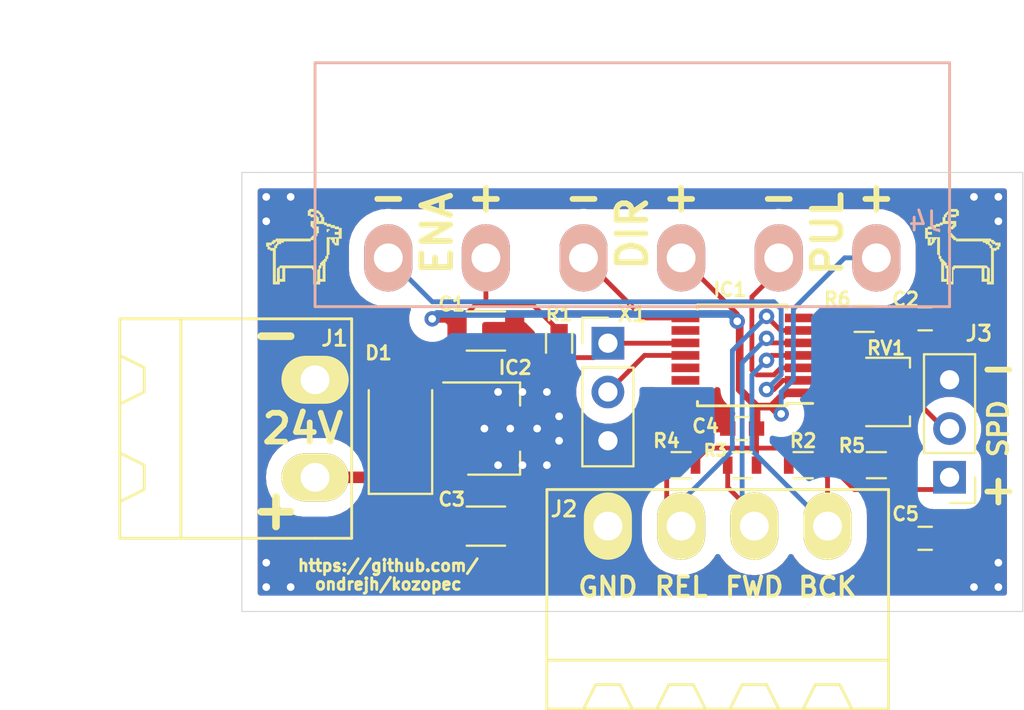
<source format=kicad_pcb>
(kicad_pcb (version 20171130) (host pcbnew "(5.1.5)-3")
  (layers (0 F.Cu signal) (31 B.Cu signal) (34 B.Paste user hide) (35 F.Paste user hide) (36 B.SilkS user) (37 F.SilkS user) (38 B.Mask user) (39 F.Mask user) (44 Edge.Cuts user))
  (net 0 "")
  (net 1 GND)
  (net 2 +3V3)
  (net 3 "Net-(C2-Pad1)")
  (net 4 RESET)
  (net 5 "Net-(R5-Pad2)")
  (net 6 "Net-(R6-Pad1)")
  (net 7 "Net-(C3-Pad1)")
  (net 8 "Net-(IC1-Pad11)")
  (net 9 "Net-(IC1-Pad8)")
  (net 10 "Net-(IC1-Pad6)")
  (net 11 "Net-(IC1-Pad5)")
  (net 12 "Net-(IC1-Pad4)")
  (net 13 "Net-(IC1-Pad3)")
  (net 14 "Net-(IC1-Pad2)")
  (module PA257-508:PA257_508_06 (layer B.Cu) (at 162.56 98.425)
    (fp_text reference J4 (at 15.24 -1.905) (layer B.SilkS) (effects (justify mirror)))
    (fp_text value Conn_01x06)
    (pad 1 thru_hole oval (at -12.7 0) (size 2.5 3.5) (drill 1.5) (layers *.Cu *.Mask B.SilkS) (net 14 "Net-(IC1-Pad2)"))
    (pad 2 thru_hole oval (at -7.62 0) (size 2.5 3.5) (drill 1.5) (layers *.Cu *.Mask B.SilkS) (net 2 +3V3))
    (pad 3 thru_hole oval (at -2.54 0) (size 2.5 3.5) (drill 1.5) (layers *.Cu *.Mask B.SilkS) (net 9 "Net-(IC1-Pad8)"))
    (pad 4 thru_hole oval (at 2.54 0) (size 2.5 3.5) (drill 1.5) (layers *.Cu *.Mask B.SilkS) (net 2 +3V3))
    (pad 5 thru_hole oval (at 7.62 0) (size 2.5 3.5) (drill 1.5) (layers *.Cu *.Mask B.SilkS) (net 13 "Net-(IC1-Pad3)"))
    (pad 6 thru_hole oval (at 12.7 0) (size 2.5 3.5) (drill 1.5) (layers *.Cu *.Mask B.SilkS) (net 2 +3V3))
  )
  (module Capacitors_SMD:C_1206 (layer F.Cu) (at 154.94 102.235)
    (fp_text reference C1 (at -1.778 -1.397 180) (layer F.SilkS) (effects (font (size 0.7 0.7))))
    (fp_text value 4u7)
    (pad 2 smd rect (at 1.5 0) (size 1 1.6) (layers F.Cu F.Paste F.Mask) (net 1 GND))
    (pad 1 smd rect (at -1.5 0) (size 1 1.6) (layers F.Cu F.Paste F.Mask) (net 2 +3V3))
  )
  (module Capacitors_SMD:C_0603 (layer F.Cu) (at 177.8 101.6 180)
    (fp_text reference C2 (at 1.016 1.016 180) (layer F.SilkS) (effects (font (size 0.7 0.7))))
    (fp_text value 100n)
    (pad 1 smd rect (at -0.75 0 180) (size 0.8 0.75) (layers F.Cu F.Paste F.Mask) (net 3 "Net-(C2-Pad1)"))
    (pad 2 smd rect (at 0.75 0 180) (size 0.8 0.75) (layers F.Cu F.Paste F.Mask) (net 1 GND))
  )
  (module PA257-508:PA257_508_02 (layer F.Cu) (at 146.05 107.315 270)
    (fp_text reference J1 (at -4.699 -1.016) (layer F.SilkS) (effects (font (size 0.8 0.8))))
    (fp_text value Conn_01x02)
    (pad 1 thru_hole oval (at -2.54 0 270) (size 2.5 3.5) (drill 1.5) (layers *.Cu *.Mask F.SilkS) (net 1 GND))
    (pad 2 thru_hole oval (at 2.54 0 270) (size 2.5 3.5) (drill 1.5) (layers *.Cu *.Mask F.SilkS) (net 7 "Net-(C3-Pad1)"))
  )
  (module Pin_Headers:Pin_Header_Straight_1x03_Pitch2.54mm (layer F.Cu) (at 161.29 102.87)
    (fp_text reference X1 (at 1.27 -1.524) (layer F.SilkS) (effects (font (size 0.8 0.8))))
    (fp_text value Conn_01x03)
    (pad 1 thru_hole rect (at 0 0) (size 1.7 1.7) (drill 1) (layers *.Cu *.Mask) (net 4 RESET))
    (pad 2 thru_hole oval (at 0 2.54) (size 1.7 1.7) (drill 1) (layers *.Cu *.Mask) (net 8 "Net-(IC1-Pad11)"))
    (pad 3 thru_hole oval (at 0 5.08) (size 1.7 1.7) (drill 1) (layers *.Cu *.Mask) (net 1 GND))
  )
  (module Pin_Headers:Pin_Header_Straight_1x03_Pitch2.54mm (layer F.Cu) (at 179.07 109.855 180)
    (fp_text reference J3 (at -1.524 7.493 180) (layer F.SilkS) (effects (font (size 0.8 0.8))))
    (fp_text value Conn_01x03)
    (pad 3 thru_hole oval (at 0 5.08 180) (size 1.7 1.7) (drill 1) (layers *.Cu *.Mask) (net 1 GND))
    (pad 2 thru_hole oval (at 0 2.54 180) (size 1.7 1.7) (drill 1) (layers *.Cu *.Mask) (net 3 "Net-(C2-Pad1)"))
    (pad 1 thru_hole rect (at 0 0 180) (size 1.7 1.7) (drill 1) (layers *.Cu *.Mask) (net 2 +3V3))
  )
  (module PA357-381:PA357_381_04 (layer F.Cu) (at 167.005 112.395)
    (fp_text reference J2 (at -8.001 -0.889) (layer F.SilkS) (effects (font (size 0.8 0.8))))
    (fp_text value Conn_01x04)
    (pad 1 thru_hole oval (at -5.715 0) (size 2.5 3.5) (drill 1.5) (layers *.Cu *.Mask F.SilkS) (net 1 GND))
    (pad 2 thru_hole oval (at -1.905 0) (size 2.5 3.5) (drill 1.5) (layers *.Cu *.Mask F.SilkS) (net 10 "Net-(IC1-Pad6)"))
    (pad 3 thru_hole oval (at 1.905 0) (size 2.5 3.5) (drill 1.5) (layers *.Cu *.Mask F.SilkS) (net 11 "Net-(IC1-Pad5)"))
    (pad 4 thru_hole oval (at 5.715 0) (size 2.5 3.5) (drill 1.5) (layers *.Cu *.Mask F.SilkS) (net 12 "Net-(IC1-Pad4)"))
  )
  (module Resistors_SMD:R_0603 (layer F.Cu) (at 158.75 102.87 270)
    (fp_text reference R1 (at -1.524 0) (layer F.SilkS) (effects (font (size 0.7 0.7))))
    (fp_text value 10k)
    (pad 2 smd rect (at 0.75 0 270) (size 0.5 0.9) (layers F.Cu F.Paste F.Mask) (net 4 RESET))
    (pad 1 smd rect (at -0.75 0 270) (size 0.5 0.9) (layers F.Cu F.Paste F.Mask) (net 2 +3V3))
  )
  (module Resistors_SMD:R_0603 (layer F.Cu) (at 171.45 109.22)
    (fp_text reference R2 (at 0 -1.27) (layer F.SilkS) (effects (font (size 0.7 0.7))))
    (fp_text value 10k)
    (pad 1 smd rect (at -0.75 0) (size 0.5 0.9) (layers F.Cu F.Paste F.Mask) (net 2 +3V3))
    (pad 2 smd rect (at 0.75 0) (size 0.5 0.9) (layers F.Cu F.Paste F.Mask) (net 12 "Net-(IC1-Pad4)"))
  )
  (module Resistors_SMD:R_0603 (layer F.Cu) (at 168.275 109.22 180)
    (fp_text reference R3 (at 1.397 0.762 180) (layer F.SilkS) (effects (font (size 0.6 0.6))))
    (fp_text value 10k)
    (pad 2 smd rect (at 0.75 0 180) (size 0.5 0.9) (layers F.Cu F.Paste F.Mask) (net 11 "Net-(IC1-Pad5)"))
    (pad 1 smd rect (at -0.75 0 180) (size 0.5 0.9) (layers F.Cu F.Paste F.Mask) (net 2 +3V3))
  )
  (module Resistors_SMD:R_0603 (layer F.Cu) (at 165.1 109.22 180)
    (fp_text reference R4 (at 0.762 1.27 180) (layer F.SilkS) (effects (font (size 0.7 0.7))))
    (fp_text value 10k)
    (pad 1 smd rect (at -0.75 0 180) (size 0.5 0.9) (layers F.Cu F.Paste F.Mask) (net 2 +3V3))
    (pad 2 smd rect (at 0.75 0 180) (size 0.5 0.9) (layers F.Cu F.Paste F.Mask) (net 10 "Net-(IC1-Pad6)"))
  )
  (module Resistors_SMD:R_0603 (layer F.Cu) (at 175.26 109.22 180)
    (fp_text reference R5 (at 1.27 1.016 180) (layer F.SilkS) (effects (font (size 0.7 0.7))))
    (fp_text value 4k7)
    (pad 2 smd rect (at 0.75 0 180) (size 0.5 0.9) (layers F.Cu F.Paste F.Mask) (net 5 "Net-(R5-Pad2)"))
    (pad 1 smd rect (at -0.75 0 180) (size 0.5 0.9) (layers F.Cu F.Paste F.Mask) (net 2 +3V3))
  )
  (module Resistors_SMD:R_0603 (layer F.Cu) (at 174.625 101.6)
    (fp_text reference R6 (at -1.397 -1.016) (layer F.SilkS) (effects (font (size 0.7 0.7))))
    (fp_text value 4k7)
    (pad 1 smd rect (at -0.75 0) (size 0.5 0.9) (layers F.Cu F.Paste F.Mask) (net 6 "Net-(R6-Pad1)"))
    (pad 2 smd rect (at 0.75 0) (size 0.5 0.9) (layers F.Cu F.Paste F.Mask) (net 1 GND))
  )
  (module Potentiometers:Potentiometer_Trimmer-EVM3E (layer F.Cu) (at 175.26 105.41 270)
    (fp_text reference RV1 (at -2.286 -0.508) (layer F.SilkS) (effects (font (size 0.7 0.7))))
    (fp_text value 50k)
    (pad 2 smd rect (at 0 -1.62 270) (size 1.6 1.5) (layers F.Cu F.Paste F.Mask) (net 3 "Net-(C2-Pad1)"))
    (pad 3 smd rect (at 1.4 1.62 270) (size 1.2 1.2) (layers F.Cu F.Paste F.Mask) (net 5 "Net-(R5-Pad2)"))
    (pad 1 smd rect (at -1.4 1.62 270) (size 1.2 1.2) (layers F.Cu F.Paste F.Mask) (net 6 "Net-(R6-Pad1)"))
  )
  (module TO_SOT_Packages_SMD:SOT-89-3 (layer F.Cu) (at 154.94 107.315)
    (fp_text reference IC2 (at 1.524 -3.175) (layer F.SilkS) (effects (font (size 0.7 0.7))))
    (fp_text value L78L33_SOT89)
    (pad 2 smd trapezoid (at -0.0762 0 90) (size 1.5 1) (rect_delta 0 0.7) (layers F.Cu F.Paste F.Mask) (net 1 GND))
    (pad 2 smd rect (at 1.3335 0 270) (size 2.2 1.84) (layers F.Cu F.Paste F.Mask) (net 1 GND))
    (pad 3 smd rect (at -1.48 1.5 270) (size 1 1.5) (layers F.Cu F.Paste F.Mask) (net 7 "Net-(C3-Pad1)"))
    (pad 2 smd rect (at -1.3335 0 270) (size 1 1.8) (layers F.Cu F.Paste F.Mask) (net 1 GND))
    (pad 1 smd rect (at -1.48 -1.5 270) (size 1 1.5) (layers F.Cu F.Paste F.Mask) (net 2 +3V3))
    (pad 2 smd trapezoid (at 2.667 0 270) (size 1.6 0.85) (rect_delta 0 0.6) (layers F.Cu F.Paste F.Mask) (net 1 GND))
  )
  (module Housings_SSOP:TSSOP-14_4.4x5mm_Pitch0.65mm (layer F.Cu) (at 168.275 103.505 180)
    (fp_text reference IC1 (at 0.635 3.429 180) (layer F.SilkS) (effects (font (size 0.7 0.7))))
    (fp_text value MSP430G2231IPW14)
    (pad 14 smd rect (at 2.95 -1.95 180) (size 1.45 0.45) (layers F.Cu F.Paste F.Mask) (net 1 GND))
    (pad 13 smd rect (at 2.95 -1.3 180) (size 1.45 0.45) (layers F.Cu F.Paste F.Mask))
    (pad 12 smd rect (at 2.95 -0.65 180) (size 1.45 0.45) (layers F.Cu F.Paste F.Mask))
    (pad 11 smd rect (at 2.95 0 180) (size 1.45 0.45) (layers F.Cu F.Paste F.Mask) (net 8 "Net-(IC1-Pad11)"))
    (pad 10 smd rect (at 2.95 0.65 180) (size 1.45 0.45) (layers F.Cu F.Paste F.Mask) (net 4 RESET))
    (pad 9 smd rect (at 2.95 1.3 180) (size 1.45 0.45) (layers F.Cu F.Paste F.Mask))
    (pad 8 smd rect (at 2.95 1.95 180) (size 1.45 0.45) (layers F.Cu F.Paste F.Mask) (net 9 "Net-(IC1-Pad8)"))
    (pad 7 smd rect (at -2.95 1.95 180) (size 1.45 0.45) (layers F.Cu F.Paste F.Mask) (net 3 "Net-(C2-Pad1)"))
    (pad 6 smd rect (at -2.95 1.3 180) (size 1.45 0.45) (layers F.Cu F.Paste F.Mask) (net 10 "Net-(IC1-Pad6)"))
    (pad 5 smd rect (at -2.95 0.65 180) (size 1.45 0.45) (layers F.Cu F.Paste F.Mask) (net 11 "Net-(IC1-Pad5)"))
    (pad 4 smd rect (at -2.95 0 180) (size 1.45 0.45) (layers F.Cu F.Paste F.Mask) (net 12 "Net-(IC1-Pad4)"))
    (pad 3 smd rect (at -2.95 -0.65 180) (size 1.45 0.45) (layers F.Cu F.Paste F.Mask) (net 13 "Net-(IC1-Pad3)"))
    (pad 2 smd rect (at -2.95 -1.3 180) (size 1.45 0.45) (layers F.Cu F.Paste F.Mask) (net 14 "Net-(IC1-Pad2)"))
    (pad 1 smd rect (at -2.95 -1.95 180) (size 1.45 0.45) (layers F.Cu F.Paste F.Mask) (net 2 +3V3))
  )
  (module Capacitors_SMD:C_1206 (layer F.Cu) (at 154.94 112.395)
    (fp_text reference C3 (at -1.778 -1.397) (layer F.SilkS) (effects (font (size 0.7 0.7))))
    (fp_text value 1u0/35V)
    (pad 2 smd rect (at 1.5 0) (size 1 1.6) (layers F.Cu F.Paste F.Mask) (net 1 GND))
    (pad 1 smd rect (at -1.5 0) (size 1 1.6) (layers F.Cu F.Paste F.Mask) (net 7 "Net-(C3-Pad1)"))
  )
  (module Capacitors_SMD:C_0603 (layer F.Cu) (at 168.275 107.315 180)
    (fp_text reference C4 (at 1.905 0.127 180) (layer F.SilkS) (effects (font (size 0.7 0.7))))
    (fp_text value 100n)
    (pad 1 smd rect (at -0.75 0 180) (size 0.8 0.75) (layers F.Cu F.Paste F.Mask) (net 2 +3V3))
    (pad 2 smd rect (at 0.75 0 180) (size 0.8 0.75) (layers F.Cu F.Paste F.Mask) (net 1 GND))
  )
  (module Capacitors_SMD:C_0603 (layer F.Cu) (at 177.8 113.03)
    (fp_text reference C5 (at -1.016 -1.27) (layer F.SilkS) (effects (font (size 0.7 0.7))))
    (fp_text value 100n)
    (pad 2 smd rect (at 0.75 0) (size 0.8 0.75) (layers F.Cu F.Paste F.Mask) (net 1 GND))
    (pad 1 smd rect (at -0.75 0) (size 0.8 0.75) (layers F.Cu F.Paste F.Mask) (net 2 +3V3))
  )
  (module Diodes_SMD:D_SMA (layer F.Cu) (at 150.495 107.315 90)
    (fp_text reference D1 (at 3.937 -1.143 180) (layer F.SilkS) (effects (font (size 0.7 0.7))))
    (fp_text value SMAJ33A)
    (pad 2 smd rect (at 2 0 90) (size 2.5 1.8) (layers F.Cu F.Paste F.Mask) (net 1 GND))
    (pad 1 smd rect (at -2 0 90) (size 2.5 1.8) (layers F.Cu F.Paste F.Mask) (net 7 "Net-(C3-Pad1)"))
  )
  (module schem:koza (layer F.Cu) (at 177.8 95.885)
    (fp_text reference LOGO hide)
    (fp_text value "" hide)
  )
  (module schem:koza_inv (layer F.Cu) (at 143.51 95.885)
    (fp_text reference LOGO hide)
    (fp_text value "" (at 0 0) (layer F.SilkS) (effects (font (size 1.27 1.27))))
  )
  (gr_text "https://github.com/\nondrejh/kozopec" (at 149.86 114.935) (layer F.SilkS) (effects (font (size 0.6 0.6))))
  (gr_text - (at 144.018 102.362) (layer F.SilkS) (effects (font (size 2 2) (thickness 0.4))))
  (gr_text + (at 144.018 111.506) (layer F.SilkS) (effects (font (size 2 2) (thickness 0.4))))
  (gr_text 24V (at 145.415 107.315) (layer F.SilkS) (effects (font (size 1.5 1.5) (thickness 0.3))))
  (gr_text GND (at 161.29 115.57) (layer F.SilkS) (effects (font (size 1 1) (thickness 0.2))))
  (gr_text REL (at 165.1 115.57) (layer F.SilkS) (effects (font (size 1 1) (thickness 0.2))))
  (gr_text FWD (at 168.91 115.57) (layer F.SilkS) (effects (font (size 1 1) (thickness 0.2))))
  (gr_text BCK (at 172.72 115.57) (layer F.SilkS) (effects (font (size 1 1) (thickness 0.2))))
  (gr_text SPD (at 181.61 107.315 90) (layer F.SilkS) (effects (font (size 1 1) (thickness 0.2))))
  (gr_text - (at 181.61 104.14) (layer F.SilkS) (effects (font (size 1.5 1.5) (thickness 0.3))))
  (gr_text + (at 181.61 110.49) (layer F.SilkS) (effects (font (size 1.5 1.5) (thickness 0.3))))
  (gr_text - (at 170.18 95.25) (layer F.SilkS) (effects (font (size 1.5 1.5) (thickness 0.3))))
  (gr_text + (at 175.26 95.25) (layer F.SilkS) (effects (font (size 1.5 1.5) (thickness 0.3))))
  (gr_text + (at 165.1 95.25) (layer F.SilkS) (effects (font (size 1.5 1.5) (thickness 0.3))))
  (gr_text - (at 160.02 95.25) (layer F.SilkS) (effects (font (size 1.5 1.5) (thickness 0.3))))
  (gr_text - (at 149.86 95.25) (layer F.SilkS) (effects (font (size 1.5 1.5) (thickness 0.3))))
  (gr_text + (at 154.94 95.25) (layer F.SilkS) (effects (font (size 1.5 1.5) (thickness 0.3))))
  (gr_text PUL (at 172.72 97.155 90) (layer F.SilkS) (effects (font (size 1.5 1.5) (thickness 0.3))))
  (gr_text DIR (at 162.56 97.155 90) (layer F.SilkS) (effects (font (size 1.5 1.5) (thickness 0.3))))
  (gr_text ENA (at 152.4 97.155 90) (layer F.SilkS) (effects (font (size 1.5 1.5) (thickness 0.3))))
  (gr_line (start 142.24 116.84) (end 142.875 116.84) (angle 90) (layer Edge.Cuts) (width 0.05))
  (gr_line (start 142.24 93.98) (end 142.24 116.84) (angle 90) (layer Edge.Cuts) (width 0.05))
  (gr_line (start 142.875 93.98) (end 142.24 93.98) (angle 90) (layer Edge.Cuts) (width 0.05))
  (gr_line (start 182.88 93.98) (end 181.61 93.98) (angle 90) (layer Edge.Cuts) (width 0.05))
  (gr_line (start 182.88 116.84) (end 182.88 93.98) (angle 90) (layer Edge.Cuts) (width 0.05))
  (gr_line (start 181.61 116.84) (end 182.88 116.84) (angle 90) (layer Edge.Cuts) (width 0.05))
  (gr_line (start 181.61 116.84) (end 142.875 116.84) (angle 90) (layer Edge.Cuts) (width 0.05))
  (gr_line (start 142.875 93.98) (end 181.61 93.98) (angle 90) (layer Edge.Cuts) (width 0.05))
  (segment (start 165.325 105.455) (end 163.785 105.455) (width 0.4) (layer F.Cu) (net 1))
  (segment (start 162.052 107.95) (end 161.29 107.95) (width 0.4) (layer F.Cu) (net 1))
  (segment (start 163.195 106.807) (end 162.052 107.95) (width 0.4) (layer F.Cu) (net 1))
  (segment (start 163.195 106.045) (end 163.195 106.807) (width 0.4) (layer F.Cu) (net 1))
  (segment (start 163.785 105.455) (end 163.195 106.045) (width 0.4) (layer F.Cu) (net 1))
  (segment (start 167.525 107.315) (end 161.925 107.315) (width 0.4) (layer F.Cu) (net 1))
  (segment (start 161.925 107.315) (end 161.29 107.95) (width 0.4) (layer F.Cu) (net 1))
  (segment (start 165.325 105.455) (end 166.669 105.455) (width 0.4) (layer F.Cu) (net 1))
  (segment (start 167.005 106.795) (end 167.525 107.315) (width 0.4) (layer F.Cu) (net 1))
  (segment (start 167.005 105.791) (end 167.005 106.795) (width 0.4) (layer F.Cu) (net 1))
  (segment (start 166.669 105.455) (end 167.005 105.791) (width 0.4) (layer F.Cu) (net 1))
  (segment (start 146.05 104.775) (end 146.05 97.79) (width 0.4) (layer F.Cu) (net 1))
  (via (at 143.51 96.52) (size 0.8) (drill 0.4) (layers F.Cu B.Cu) (net 1))
  (segment (start 144.78 95.25) (end 143.51 96.52) (width 0.4) (layer F.Cu) (net 1))
  (via (at 144.78 95.25) (size 0.8) (drill 0.4) (layers F.Cu B.Cu) (net 1))
  (segment (start 143.51 95.25) (end 144.78 95.25) (width 0.4) (layer B.Cu) (net 1))
  (via (at 143.51 95.25) (size 0.8) (drill 0.4) (layers F.Cu B.Cu) (net 1))
  (segment (start 146.05 97.79) (end 143.51 95.25) (width 0.4) (layer F.Cu) (net 1))
  (segment (start 146.05 104.775) (end 149.86 108.585) (width 0.4) (layer B.Cu) (net 1))
  (via (at 144.78 115.57) (size 0.8) (drill 0.4) (layers F.Cu B.Cu) (net 1))
  (segment (start 143.51 114.3) (end 144.78 115.57) (width 0.4) (layer B.Cu) (net 1))
  (via (at 143.51 114.3) (size 0.8) (drill 0.4) (layers F.Cu B.Cu) (net 1))
  (segment (start 143.51 115.57) (end 143.51 114.3) (width 0.4) (layer F.Cu) (net 1))
  (via (at 143.51 115.57) (size 0.8) (drill 0.4) (layers F.Cu B.Cu) (net 1))
  (segment (start 146.685 114.935) (end 143.51 115.57) (width 0.4) (layer B.Cu) (net 1))
  (segment (start 149.86 111.76) (end 146.685 114.935) (width 0.4) (layer B.Cu) (net 1))
  (segment (start 149.86 108.585) (end 149.86 111.76) (width 0.4) (layer B.Cu) (net 1))
  (segment (start 178.55 113.03) (end 179.07 113.03) (width 0.4) (layer F.Cu) (net 1))
  (via (at 180.34 115.57) (size 0.8) (drill 0.4) (layers F.Cu B.Cu) (net 1))
  (segment (start 181.61 114.3) (end 180.34 115.57) (width 0.4) (layer F.Cu) (net 1))
  (via (at 181.61 114.3) (size 0.8) (drill 0.4) (layers F.Cu B.Cu) (net 1))
  (segment (start 181.61 115.57) (end 181.61 114.3) (width 0.4) (layer B.Cu) (net 1))
  (via (at 181.61 115.57) (size 0.8) (drill 0.4) (layers F.Cu B.Cu) (net 1))
  (segment (start 179.07 113.03) (end 181.61 115.57) (width 0.4) (layer F.Cu) (net 1))
  (segment (start 179.07 104.775) (end 179.705 104.775) (width 0.4) (layer B.Cu) (net 1))
  (via (at 180.34 95.25) (size 0.8) (drill 0.4) (layers F.Cu B.Cu) (net 1))
  (segment (start 181.61 96.52) (end 180.34 95.25) (width 0.4) (layer B.Cu) (net 1))
  (via (at 181.61 96.52) (size 0.8) (drill 0.4) (layers F.Cu B.Cu) (net 1))
  (segment (start 181.61 95.25) (end 181.61 96.52) (width 0.4) (layer F.Cu) (net 1))
  (via (at 181.61 95.25) (size 0.8) (drill 0.4) (layers F.Cu B.Cu) (net 1))
  (segment (start 181.61 102.87) (end 181.61 95.25) (width 0.4) (layer B.Cu) (net 1))
  (segment (start 179.705 104.775) (end 181.61 102.87) (width 0.4) (layer B.Cu) (net 1))
  (segment (start 156.2735 107.315) (end 156.2735 106.1085) (width 0.4) (layer F.Cu) (net 1))
  (segment (start 155.575 109.22) (end 155.575 108.0262) (width 0.4) (layer F.Cu) (net 1))
  (segment (start 156.2735 106.1085) (end 155.575 105.41) (width 0.4) (layer F.Cu) (net 1))
  (via (at 155.575 105.41) (size 0.8) (drill 0.4) (layers F.Cu B.Cu) (net 1))
  (segment (start 155.575 105.41) (end 156.845 105.41) (width 0.4) (layer B.Cu) (net 1))
  (via (at 156.845 105.41) (size 0.8) (drill 0.4) (layers F.Cu B.Cu) (net 1))
  (segment (start 156.845 105.41) (end 158.115 105.41) (width 0.4) (layer F.Cu) (net 1))
  (via (at 158.115 105.41) (size 0.8) (drill 0.4) (layers F.Cu B.Cu) (net 1))
  (segment (start 158.115 105.41) (end 158.75 106.045) (width 0.4) (layer B.Cu) (net 1))
  (segment (start 158.75 106.045) (end 158.75 106.68) (width 0.4) (layer B.Cu) (net 1))
  (via (at 158.75 106.68) (size 0.8) (drill 0.4) (layers F.Cu B.Cu) (net 1))
  (segment (start 158.75 106.68) (end 158.75 107.95) (width 0.4) (layer F.Cu) (net 1))
  (via (at 158.75 107.95) (size 0.8) (drill 0.4) (layers F.Cu B.Cu) (net 1))
  (segment (start 158.75 107.95) (end 158.115 108.585) (width 0.4) (layer B.Cu) (net 1))
  (segment (start 158.115 108.585) (end 158.115 109.22) (width 0.4) (layer B.Cu) (net 1))
  (via (at 158.115 109.22) (size 0.8) (drill 0.4) (layers F.Cu B.Cu) (net 1))
  (segment (start 158.115 109.22) (end 156.845 109.22) (width 0.4) (layer F.Cu) (net 1))
  (via (at 156.845 109.22) (size 0.8) (drill 0.4) (layers F.Cu B.Cu) (net 1))
  (segment (start 156.845 109.22) (end 155.575 109.22) (width 0.4) (layer B.Cu) (net 1))
  (via (at 155.575 109.22) (size 0.8) (drill 0.4) (layers F.Cu B.Cu) (net 1))
  (segment (start 155.575 108.0262) (end 154.8638 107.315) (width 0.4) (layer F.Cu) (net 1))
  (via (at 154.8638 107.315) (size 0.8) (drill 0.4) (layers F.Cu B.Cu) (net 1))
  (segment (start 154.8638 107.315) (end 156.21 107.315) (width 0.4) (layer B.Cu) (net 1))
  (via (at 156.21 107.315) (size 0.8) (drill 0.4) (layers F.Cu B.Cu) (net 1))
  (segment (start 156.21 107.315) (end 157.607 107.315) (width 0.4) (layer F.Cu) (net 1))
  (via (at 157.607 107.315) (size 0.8) (drill 0.4) (layers F.Cu B.Cu) (net 1))
  (segment (start 157.607 107.315) (end 157.48 107.315) (width 0.4) (layer B.Cu) (net 1))
  (segment (start 169.025 109.22) (end 169.025 108.331) (width 0.25) (layer F.Cu) (net 2))
  (segment (start 169.025 108.331) (end 169.025 107.315) (width 0.25) (layer F.Cu) (net 2))
  (segment (start 165.85 109.22) (end 165.85 108.978) (width 0.25) (layer F.Cu) (net 2))
  (segment (start 166.497 108.331) (end 169.025 108.331) (width 0.25) (layer F.Cu) (net 2))
  (segment (start 165.85 108.978) (end 166.497 108.331) (width 0.25) (layer F.Cu) (net 2))
  (segment (start 169.025 108.331) (end 170.688 108.331) (width 0.25) (layer F.Cu) (net 2))
  (segment (start 170.688 108.331) (end 172.974 108.331) (width 0.25) (layer F.Cu) (net 2))
  (segment (start 178.435 110.49) (end 179.07 109.855) (width 0.25) (layer F.Cu) (net 2))
  (segment (start 174.117 110.49) (end 176.022 110.49) (width 0.25) (layer F.Cu) (net 2))
  (segment (start 176.022 110.49) (end 177.038 110.49) (width 0.25) (layer F.Cu) (net 2))
  (segment (start 177.038 110.49) (end 178.435 110.49) (width 0.25) (layer F.Cu) (net 2))
  (segment (start 173.482 109.855) (end 174.117 110.49) (width 0.25) (layer F.Cu) (net 2))
  (segment (start 173.482 108.839) (end 173.482 109.855) (width 0.25) (layer F.Cu) (net 2))
  (segment (start 172.974 108.331) (end 173.482 108.839) (width 0.25) (layer F.Cu) (net 2))
  (segment (start 176.01 109.22) (end 176.01 110.49) (width 0.25) (layer F.Cu) (net 2))
  (segment (start 176.01 110.49) (end 176.022 110.49) (width 0.25) (layer F.Cu) (net 2))
  (segment (start 177.05 113.03) (end 177.05 110.49) (width 0.25) (layer F.Cu) (net 2))
  (segment (start 177.05 110.49) (end 177.038 110.49) (width 0.25) (layer F.Cu) (net 2))
  (segment (start 153.44 102.235) (end 153.44 102.132) (width 0.4) (layer F.Cu) (net 2))
  (segment (start 169.025 106.16) (end 169.025 106.172) (width 0.4) (layer F.Cu) (net 2))
  (segment (start 169.025 106.172) (end 169.025 107.315) (width 0.4) (layer F.Cu) (net 2))
  (segment (start 168.148 105.283) (end 169.025 106.16) (width 0.4) (layer F.Cu) (net 2))
  (segment (start 168.148 101.854) (end 168.148 105.283) (width 0.4) (layer F.Cu) (net 2))
  (segment (start 168.021 101.727) (end 168.148 101.854) (width 0.4) (layer F.Cu) (net 2))
  (via (at 168.021 101.727) (size 0.8) (drill 0.4) (layers F.Cu B.Cu) (net 2))
  (segment (start 167.64 101.346) (end 168.021 101.727) (width 0.4) (layer B.Cu) (net 2))
  (segment (start 166.624 101.346) (end 167.64 101.346) (width 0.4) (layer B.Cu) (net 2))
  (segment (start 153.44 102.132) (end 152.908 101.6) (width 0.4) (layer F.Cu) (net 2))
  (segment (start 152.908 101.6) (end 152.146 101.6) (width 0.4) (layer F.Cu) (net 2))
  (via (at 152.146 101.6) (size 0.8) (drill 0.4) (layers F.Cu B.Cu) (net 2))
  (segment (start 152.146 101.6) (end 152.4 101.346) (width 0.4) (layer B.Cu) (net 2))
  (segment (start 152.4 101.346) (end 166.624 101.346) (width 0.4) (layer B.Cu) (net 2))
  (segment (start 170.77 105.455) (end 171.225 105.455) (width 0.4) (layer F.Cu) (net 2))
  (segment (start 154.94 98.425) (end 154.94 100.457) (width 0.25) (layer F.Cu) (net 2))
  (segment (start 153.44 101.957) (end 153.44 102.235) (width 0.25) (layer F.Cu) (net 2))
  (segment (start 158.75 102.12) (end 158.635 102.12) (width 0.25) (layer F.Cu) (net 2))
  (segment (start 154.94 100.838) (end 154.94 100.457) (width 0.25) (layer F.Cu) (net 2))
  (segment (start 157.353 100.838) (end 154.94 100.838) (width 0.25) (layer F.Cu) (net 2))
  (segment (start 158.635 102.12) (end 157.353 100.838) (width 0.25) (layer F.Cu) (net 2))
  (segment (start 154.94 100.838) (end 154.432 100.838) (width 0.25) (layer F.Cu) (net 2))
  (segment (start 153.44 101.83) (end 153.44 102.235) (width 0.25) (layer F.Cu) (net 2))
  (segment (start 154.432 100.838) (end 153.44 101.83) (width 0.25) (layer F.Cu) (net 2))
  (segment (start 168.021 101.727) (end 168.021 101.346) (width 0.25) (layer F.Cu) (net 2))
  (segment (start 168.021 101.346) (end 165.1 98.425) (width 0.25) (layer F.Cu) (net 2))
  (segment (start 173.609 98.425) (end 175.26 98.425) (width 0.25) (layer B.Cu) (net 2))
  (segment (start 170.942 101.092) (end 173.609 98.425) (width 0.25) (layer B.Cu) (net 2))
  (segment (start 170.942 104.775) (end 170.942 101.092) (width 0.25) (layer B.Cu) (net 2))
  (segment (start 170.307 105.41) (end 170.942 104.775) (width 0.25) (layer B.Cu) (net 2))
  (segment (start 170.307 106.553) (end 170.307 105.41) (width 0.25) (layer B.Cu) (net 2))
  (via (at 170.307 106.553) (size 0.8) (drill 0.4) (layers F.Cu B.Cu) (net 2))
  (segment (start 170.18 106.426) (end 170.307 106.553) (width 0.25) (layer F.Cu) (net 2))
  (segment (start 153.46 105.815) (end 153.46 102.255) (width 0.6) (layer F.Cu) (net 2))
  (segment (start 153.46 102.255) (end 153.44 102.235) (width 0.6) (layer F.Cu) (net 2))
  (segment (start 170.688 108.331) (end 170.688 109.208) (width 0.25) (layer F.Cu) (net 2))
  (segment (start 170.688 109.208) (end 170.7 109.22) (width 0.25) (layer F.Cu) (net 2))
  (segment (start 171.225 105.455) (end 170.516 105.455) (width 0.4) (layer F.Cu) (net 2))
  (segment (start 170.516 105.455) (end 169.799 106.172) (width 0.4) (layer F.Cu) (net 2))
  (segment (start 169.799 106.172) (end 169.025 106.172) (width 0.4) (layer F.Cu) (net 2))
  (segment (start 169.025 106.172) (end 169.025 106.16) (width 0.4) (layer F.Cu) (net 2))
  (segment (start 170.307 106.553) (end 170.18 106.553) (width 0.4) (layer F.Cu) (net 2))
  (segment (start 170.18 106.553) (end 169.799 106.172) (width 0.4) (layer F.Cu) (net 2))
  (segment (start 178.55 101.6) (end 178.55 102.755) (width 0.25) (layer F.Cu) (net 3))
  (segment (start 176.88 104.425) (end 176.88 105.41) (width 0.25) (layer F.Cu) (net 3))
  (segment (start 178.55 102.755) (end 176.88 104.425) (width 0.25) (layer F.Cu) (net 3))
  (segment (start 179.07 107.315) (end 178.785 107.315) (width 0.25) (layer F.Cu) (net 3))
  (segment (start 178.785 107.315) (end 176.88 105.41) (width 0.25) (layer F.Cu) (net 3))
  (segment (start 171.225 101.555) (end 172.167 101.555) (width 0.25) (layer F.Cu) (net 3))
  (segment (start 172.974 105.41) (end 176.88 105.41) (width 0.25) (layer F.Cu) (net 3))
  (segment (start 172.466 104.902) (end 172.974 105.41) (width 0.25) (layer F.Cu) (net 3))
  (segment (start 172.466 101.854) (end 172.466 104.902) (width 0.25) (layer F.Cu) (net 3))
  (segment (start 172.167 101.555) (end 172.466 101.854) (width 0.25) (layer F.Cu) (net 3))
  (segment (start 158.75 103.62) (end 160.54 103.62) (width 0.25) (layer F.Cu) (net 4))
  (segment (start 160.54 103.62) (end 161.29 102.87) (width 0.25) (layer F.Cu) (net 4))
  (segment (start 161.29 102.87) (end 165.31 102.87) (width 0.25) (layer F.Cu) (net 4))
  (segment (start 165.31 102.87) (end 165.325 102.855) (width 0.25) (layer F.Cu) (net 4))
  (segment (start 174.51 109.22) (end 174.51 107.68) (width 0.25) (layer F.Cu) (net 5))
  (segment (start 174.51 107.68) (end 173.64 106.81) (width 0.25) (layer F.Cu) (net 5))
  (segment (start 173.875 101.6) (end 173.875 103.775) (width 0.25) (layer F.Cu) (net 6))
  (segment (start 173.875 103.775) (end 173.64 104.01) (width 0.25) (layer F.Cu) (net 6))
  (segment (start 146.05 109.855) (end 149.955 109.855) (width 0.6) (layer F.Cu) (net 7))
  (segment (start 149.955 109.855) (end 150.995 108.815) (width 0.6) (layer F.Cu) (net 7))
  (segment (start 150.995 108.815) (end 153.46 108.815) (width 0.6) (layer F.Cu) (net 7))
  (segment (start 153.46 108.815) (end 153.44 108.835) (width 0.6) (layer F.Cu) (net 7))
  (segment (start 153.44 108.835) (end 153.44 112.395) (width 0.6) (layer F.Cu) (net 7))
  (segment (start 165.325 103.505) (end 163.195 103.505) (width 0.25) (layer F.Cu) (net 8))
  (segment (start 163.195 103.505) (end 161.29 105.41) (width 0.25) (layer F.Cu) (net 8))
  (segment (start 165.325 101.555) (end 163.15 101.555) (width 0.25) (layer F.Cu) (net 9))
  (segment (start 163.15 101.555) (end 160.02 98.425) (width 0.25) (layer F.Cu) (net 9))
  (segment (start 164.35 109.22) (end 164.35 111.645) (width 0.25) (layer F.Cu) (net 10))
  (segment (start 164.35 111.645) (end 165.1 112.395) (width 0.25) (layer F.Cu) (net 10))
  (via (at 169.545 101.473) (size 0.8) (drill 0.4) (layers F.Cu B.Cu) (net 10))
  (segment (start 167.767 103.251) (end 168.021 102.997) (width 0.25) (layer B.Cu) (net 10))
  (segment (start 167.767 103.378) (end 167.767 103.251) (width 0.25) (layer B.Cu) (net 10))
  (segment (start 168.275 102.743) (end 168.021 102.997) (width 0.25) (layer B.Cu) (net 10))
  (segment (start 169.545 101.473) (end 168.275 102.743) (width 0.25) (layer B.Cu) (net 10))
  (segment (start 171.479 102.205) (end 170.277 102.205) (width 0.25) (layer F.Cu) (net 10))
  (segment (start 169.545 101.473) (end 170.277 102.205) (width 0.25) (layer F.Cu) (net 10))
  (segment (start 167.767 103.378) (end 167.767 108.458) (width 0.25) (layer B.Cu) (net 10))
  (segment (start 167.767 108.458) (end 165.1 111.125) (width 0.25) (layer B.Cu) (net 10))
  (segment (start 165.1 111.125) (end 165.1 112.395) (width 0.25) (layer B.Cu) (net 10))
  (segment (start 165.1 112.395) (end 165.1 112.141) (width 0.25) (layer B.Cu) (net 10))
  (segment (start 167.525 109.22) (end 167.525 110.375) (width 0.25) (layer F.Cu) (net 11))
  (segment (start 168.91 111.76) (end 168.91 112.395) (width 0.25) (layer F.Cu) (net 11))
  (segment (start 167.525 110.375) (end 168.91 111.76) (width 0.25) (layer F.Cu) (net 11))
  (segment (start 169.56 102.601) (end 169.545 102.616) (width 0.25) (layer F.Cu) (net 11))
  (segment (start 168.91 112.395) (end 168.783 112.268) (width 0.25) (layer B.Cu) (net 11))
  (segment (start 169.545 102.616) (end 168.783 103.378) (width 0.25) (layer B.Cu) (net 11))
  (segment (start 168.275 111.76) (end 168.91 112.395) (width 0.25) (layer B.Cu) (net 11))
  (segment (start 168.275 104.14) (end 168.275 111.76) (width 0.25) (layer B.Cu) (net 11))
  (via (at 169.545 102.616) (size 0.8) (drill 0.4) (layers F.Cu B.Cu) (net 11))
  (segment (start 168.783 103.378) (end 168.275 103.886) (width 0.25) (layer B.Cu) (net 11))
  (segment (start 168.275 103.886) (end 168.275 104.14) (width 0.25) (layer B.Cu) (net 11))
  (segment (start 171.225 102.855) (end 169.784 102.855) (width 0.25) (layer F.Cu) (net 11))
  (segment (start 169.784 102.855) (end 169.545 102.616) (width 0.25) (layer F.Cu) (net 11))
  (segment (start 172.2 109.22) (end 172.2 109.335) (width 0.25) (layer F.Cu) (net 12))
  (segment (start 172.2 109.335) (end 172.72 109.855) (width 0.25) (layer F.Cu) (net 12))
  (segment (start 172.72 109.855) (end 172.72 112.395) (width 0.25) (layer F.Cu) (net 12))
  (segment (start 169.545 103.759) (end 169.545 103.632) (width 0.25) (layer B.Cu) (net 12))
  (via (at 169.545 103.759) (size 0.8) (drill 0.4) (layers F.Cu B.Cu) (net 12))
  (segment (start 169.545 103.759) (end 169.799 103.505) (width 0.25) (layer F.Cu) (net 12))
  (segment (start 169.799 103.505) (end 171.225 103.505) (width 0.25) (layer F.Cu) (net 12))
  (segment (start 172.72 112.395) (end 169.545 109.22) (width 0.25) (layer B.Cu) (net 12))
  (segment (start 168.783 108.458) (end 169.545 109.22) (width 0.25) (layer B.Cu) (net 12))
  (segment (start 168.783 104.521) (end 168.783 108.458) (width 0.25) (layer B.Cu) (net 12))
  (segment (start 168.91 104.394) (end 168.783 104.521) (width 0.25) (layer B.Cu) (net 12))
  (segment (start 168.91 104.394) (end 169.545 103.759) (width 0.25) (layer B.Cu) (net 12))
  (segment (start 171.225 104.155) (end 170.292 104.155) (width 0.25) (layer F.Cu) (net 13))
  (segment (start 170.18 99.06) (end 170.18 98.425) (width 0.25) (layer F.Cu) (net 13))
  (segment (start 168.783 100.457) (end 170.18 99.06) (width 0.25) (layer F.Cu) (net 13))
  (segment (start 168.783 104.267) (end 168.783 100.457) (width 0.25) (layer F.Cu) (net 13))
  (segment (start 169.037 104.521) (end 168.783 104.267) (width 0.25) (layer F.Cu) (net 13))
  (segment (start 169.926 104.521) (end 169.037 104.521) (width 0.25) (layer F.Cu) (net 13))
  (segment (start 170.292 104.155) (end 169.926 104.521) (width 0.25) (layer F.Cu) (net 13))
  (segment (start 171.225 104.805) (end 170.404 104.805) (width 0.25) (layer F.Cu) (net 14))
  (segment (start 152.146 100.711) (end 149.86 98.425) (width 0.25) (layer B.Cu) (net 14))
  (segment (start 169.926 100.711) (end 152.146 100.711) (width 0.25) (layer B.Cu) (net 14))
  (segment (start 170.307 101.092) (end 169.926 100.711) (width 0.25) (layer B.Cu) (net 14))
  (segment (start 170.307 104.521) (end 170.307 101.092) (width 0.25) (layer B.Cu) (net 14))
  (segment (start 169.545 105.283) (end 170.307 104.521) (width 0.25) (layer B.Cu) (net 14))
  (via (at 169.545 105.283) (size 0.8) (drill 0.4) (layers F.Cu B.Cu) (net 14))
  (segment (start 169.926 105.283) (end 169.545 105.283) (width 0.25) (layer F.Cu) (net 14))
  (segment (start 170.404 104.805) (end 169.926 105.283) (width 0.25) (layer F.Cu) (net 14))
  (zone (net 1) (net_name GND) (layer F.Cu) (connect_pads yes (clearance 0.8)) (min_thickness 0.3) (fill yes (arc_segments 32) (thermal_gap 0.508) (thermal_bridge_width 0.508))
    (polygon (pts (xy 142.24 93.98) (xy 182.88 93.98) (xy 182.88 116.84) (xy 142.24 116.84)))
  )
  (zone (net 1) (net_name GND) (layer B.Cu) (connect_pads yes (clearance 0.8)) (min_thickness 0.3) (fill yes (arc_segments 32) (thermal_gap 0.508) (thermal_bridge_width 0.508))
    (polygon (pts (xy 142.24 93.98) (xy 182.88 93.98) (xy 182.88 116.84) (xy 142.24 116.84)))
  )
  (zone (net 0) (net_name "") (layer F.Cu) (connect_pads yes (clearance 0.8)) (min_thickness 0.3)
    (keepout (tracks allowed) (vias allowed) (copperpour not_allowed))
    (fill (arc_segments 32) (thermal_gap 0.508) (thermal_bridge_width 0.508))
    (polygon (pts (xy 174.371 102.362) (xy 178.181 102.362) (xy 178.181 102.87) (xy 174.498 102.87)))
  )
  (zone (net 0) (net_name "") (layer F.Cu) (connect_pads yes (clearance 0.8)) (min_thickness 0.3)
    (keepout (tracks allowed) (vias allowed) (copperpour not_allowed))
    (fill (arc_segments 32) (thermal_gap 0.508) (thermal_bridge_width 0.508))
    (polygon (pts (xy 149.86 95.885) (xy 175.26 95.885) (xy 175.26 100.965) (xy 149.86 100.965)))
  )
  (zone (net 0) (net_name "") (layers F&B.Cu) (connect_pads yes (clearance 0.8)) (min_thickness 0.3)
    (keepout (tracks allowed) (vias allowed) (copperpour not_allowed))
    (fill (arc_segments 32) (thermal_gap 0.508) (thermal_bridge_width 0.508))
    (polygon (pts (xy 149.86 95.885) (xy 175.26 95.885) (xy 175.26 100.965) (xy 149.86 100.965)))
  )
  (zone (net 0) (net_name "") (layers F&B.Cu) (connect_pads yes (clearance 0.8)) (min_thickness 0.3)
    (keepout (tracks allowed) (vias allowed) (copperpour not_allowed))
    (fill (arc_segments 32) (thermal_gap 0.508) (thermal_bridge_width 0.508))
    (polygon (pts (xy 162.56 102.235) (xy 162.56 105.156) (xy 167.259 105.156) (xy 167.259 102.235)))
  )
)
</source>
